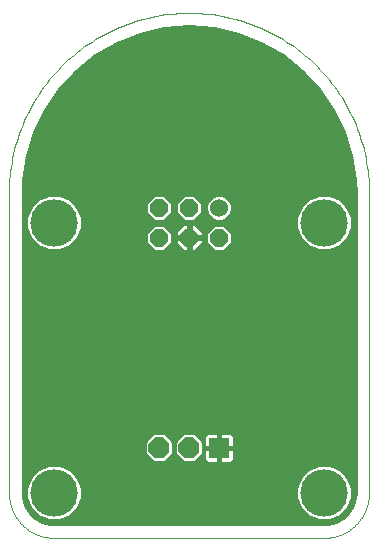
<source format=gbl>
G75*
%MOIN*%
%OFA0B0*%
%FSLAX25Y25*%
%IPPOS*%
%LPD*%
%AMOC8*
5,1,8,0,0,1.08239X$1,22.5*
%
%ADD10C,0.06000*%
%ADD11OC8,0.06000*%
%ADD12C,0.15811*%
%ADD13C,0.00000*%
%ADD14OC8,0.07000*%
%ADD15R,0.07000X0.07000*%
%ADD16C,0.01000*%
D10*
X0074000Y0111500D03*
D11*
X0074000Y0101500D03*
X0064000Y0101500D03*
X0064000Y0111500D03*
X0054000Y0111500D03*
X0054000Y0101500D03*
D12*
X0019000Y0106500D03*
X0019000Y0016500D03*
X0109000Y0016500D03*
X0109000Y0106500D03*
D13*
X0124000Y0116500D02*
X0124000Y0016500D01*
X0123996Y0016138D01*
X0123982Y0015775D01*
X0123961Y0015413D01*
X0123930Y0015052D01*
X0123891Y0014692D01*
X0123843Y0014333D01*
X0123786Y0013975D01*
X0123721Y0013618D01*
X0123647Y0013263D01*
X0123564Y0012910D01*
X0123473Y0012559D01*
X0123374Y0012211D01*
X0123266Y0011865D01*
X0123150Y0011521D01*
X0123025Y0011181D01*
X0122893Y0010844D01*
X0122752Y0010510D01*
X0122603Y0010179D01*
X0122446Y0009852D01*
X0122282Y0009529D01*
X0122110Y0009210D01*
X0121930Y0008896D01*
X0121742Y0008585D01*
X0121547Y0008280D01*
X0121345Y0007979D01*
X0121135Y0007683D01*
X0120919Y0007393D01*
X0120695Y0007107D01*
X0120465Y0006827D01*
X0120228Y0006553D01*
X0119984Y0006285D01*
X0119734Y0006022D01*
X0119478Y0005766D01*
X0119215Y0005516D01*
X0118947Y0005272D01*
X0118673Y0005035D01*
X0118393Y0004805D01*
X0118107Y0004581D01*
X0117817Y0004365D01*
X0117521Y0004155D01*
X0117220Y0003953D01*
X0116915Y0003758D01*
X0116604Y0003570D01*
X0116290Y0003390D01*
X0115971Y0003218D01*
X0115648Y0003054D01*
X0115321Y0002897D01*
X0114990Y0002748D01*
X0114656Y0002607D01*
X0114319Y0002475D01*
X0113979Y0002350D01*
X0113635Y0002234D01*
X0113289Y0002126D01*
X0112941Y0002027D01*
X0112590Y0001936D01*
X0112237Y0001853D01*
X0111882Y0001779D01*
X0111525Y0001714D01*
X0111167Y0001657D01*
X0110808Y0001609D01*
X0110448Y0001570D01*
X0110087Y0001539D01*
X0109725Y0001518D01*
X0109362Y0001504D01*
X0109000Y0001500D01*
X0019000Y0001500D01*
X0018638Y0001504D01*
X0018275Y0001518D01*
X0017913Y0001539D01*
X0017552Y0001570D01*
X0017192Y0001609D01*
X0016833Y0001657D01*
X0016475Y0001714D01*
X0016118Y0001779D01*
X0015763Y0001853D01*
X0015410Y0001936D01*
X0015059Y0002027D01*
X0014711Y0002126D01*
X0014365Y0002234D01*
X0014021Y0002350D01*
X0013681Y0002475D01*
X0013344Y0002607D01*
X0013010Y0002748D01*
X0012679Y0002897D01*
X0012352Y0003054D01*
X0012029Y0003218D01*
X0011710Y0003390D01*
X0011396Y0003570D01*
X0011085Y0003758D01*
X0010780Y0003953D01*
X0010479Y0004155D01*
X0010183Y0004365D01*
X0009893Y0004581D01*
X0009607Y0004805D01*
X0009327Y0005035D01*
X0009053Y0005272D01*
X0008785Y0005516D01*
X0008522Y0005766D01*
X0008266Y0006022D01*
X0008016Y0006285D01*
X0007772Y0006553D01*
X0007535Y0006827D01*
X0007305Y0007107D01*
X0007081Y0007393D01*
X0006865Y0007683D01*
X0006655Y0007979D01*
X0006453Y0008280D01*
X0006258Y0008585D01*
X0006070Y0008896D01*
X0005890Y0009210D01*
X0005718Y0009529D01*
X0005554Y0009852D01*
X0005397Y0010179D01*
X0005248Y0010510D01*
X0005107Y0010844D01*
X0004975Y0011181D01*
X0004850Y0011521D01*
X0004734Y0011865D01*
X0004626Y0012211D01*
X0004527Y0012559D01*
X0004436Y0012910D01*
X0004353Y0013263D01*
X0004279Y0013618D01*
X0004214Y0013975D01*
X0004157Y0014333D01*
X0004109Y0014692D01*
X0004070Y0015052D01*
X0004039Y0015413D01*
X0004018Y0015775D01*
X0004004Y0016138D01*
X0004000Y0016500D01*
X0004000Y0116500D01*
X0004018Y0117961D01*
X0004071Y0119421D01*
X0004160Y0120880D01*
X0004284Y0122336D01*
X0004444Y0123788D01*
X0004639Y0125236D01*
X0004870Y0126679D01*
X0005135Y0128116D01*
X0005435Y0129546D01*
X0005770Y0130968D01*
X0006140Y0132382D01*
X0006544Y0133786D01*
X0006982Y0135180D01*
X0007454Y0136563D01*
X0007959Y0137934D01*
X0008498Y0139292D01*
X0009069Y0140637D01*
X0009673Y0141967D01*
X0010309Y0143283D01*
X0010977Y0144582D01*
X0011677Y0145865D01*
X0012408Y0147130D01*
X0013169Y0148378D01*
X0013960Y0149606D01*
X0014781Y0150815D01*
X0015631Y0152003D01*
X0016510Y0153170D01*
X0017417Y0154316D01*
X0018352Y0155439D01*
X0019314Y0156539D01*
X0020302Y0157615D01*
X0021316Y0158667D01*
X0022356Y0159694D01*
X0023420Y0160695D01*
X0024508Y0161671D01*
X0025620Y0162619D01*
X0026754Y0163540D01*
X0027911Y0164433D01*
X0029088Y0165297D01*
X0030287Y0166133D01*
X0031506Y0166939D01*
X0032744Y0167716D01*
X0034000Y0168462D01*
X0035274Y0169177D01*
X0036565Y0169861D01*
X0037873Y0170513D01*
X0039196Y0171133D01*
X0040534Y0171721D01*
X0041885Y0172276D01*
X0043250Y0172798D01*
X0044627Y0173286D01*
X0046016Y0173741D01*
X0047415Y0174162D01*
X0048824Y0174549D01*
X0050242Y0174901D01*
X0051668Y0175219D01*
X0053102Y0175502D01*
X0054542Y0175750D01*
X0055987Y0175963D01*
X0057438Y0176140D01*
X0058892Y0176282D01*
X0060349Y0176389D01*
X0061809Y0176460D01*
X0063269Y0176496D01*
X0064731Y0176496D01*
X0066191Y0176460D01*
X0067651Y0176389D01*
X0069108Y0176282D01*
X0070562Y0176140D01*
X0072013Y0175963D01*
X0073458Y0175750D01*
X0074898Y0175502D01*
X0076332Y0175219D01*
X0077758Y0174901D01*
X0079176Y0174549D01*
X0080585Y0174162D01*
X0081984Y0173741D01*
X0083373Y0173286D01*
X0084750Y0172798D01*
X0086115Y0172276D01*
X0087466Y0171721D01*
X0088804Y0171133D01*
X0090127Y0170513D01*
X0091435Y0169861D01*
X0092726Y0169177D01*
X0094000Y0168462D01*
X0095256Y0167716D01*
X0096494Y0166939D01*
X0097713Y0166133D01*
X0098912Y0165297D01*
X0100089Y0164433D01*
X0101246Y0163540D01*
X0102380Y0162619D01*
X0103492Y0161671D01*
X0104580Y0160695D01*
X0105644Y0159694D01*
X0106684Y0158667D01*
X0107698Y0157615D01*
X0108686Y0156539D01*
X0109648Y0155439D01*
X0110583Y0154316D01*
X0111490Y0153170D01*
X0112369Y0152003D01*
X0113219Y0150815D01*
X0114040Y0149606D01*
X0114831Y0148378D01*
X0115592Y0147130D01*
X0116323Y0145865D01*
X0117023Y0144582D01*
X0117691Y0143283D01*
X0118327Y0141967D01*
X0118931Y0140637D01*
X0119502Y0139292D01*
X0120041Y0137934D01*
X0120546Y0136563D01*
X0121018Y0135180D01*
X0121456Y0133786D01*
X0121860Y0132382D01*
X0122230Y0130968D01*
X0122565Y0129546D01*
X0122865Y0128116D01*
X0123130Y0126679D01*
X0123361Y0125236D01*
X0123556Y0123788D01*
X0123716Y0122336D01*
X0123840Y0120880D01*
X0123929Y0119421D01*
X0123982Y0117961D01*
X0124000Y0116500D01*
D14*
X0064000Y0031500D03*
X0054000Y0031500D03*
D15*
X0074000Y0031500D03*
D16*
X0010670Y0010108D02*
X0009299Y0012482D01*
X0008590Y0015129D01*
X0008500Y0016500D01*
X0008500Y0116500D01*
X0008655Y0120648D01*
X0009891Y0128850D01*
X0012336Y0136776D01*
X0015936Y0144250D01*
X0020608Y0151104D01*
X0026250Y0157184D01*
X0032736Y0162356D01*
X0039919Y0166504D01*
X0047641Y0169534D01*
X0055728Y0171380D01*
X0064000Y0172000D01*
X0072272Y0171380D01*
X0080359Y0169534D01*
X0088081Y0166504D01*
X0095264Y0162356D01*
X0101750Y0157184D01*
X0107392Y0151104D01*
X0112064Y0144250D01*
X0115663Y0136776D01*
X0118109Y0128850D01*
X0119345Y0120648D01*
X0119500Y0116500D01*
X0119500Y0016500D01*
X0119410Y0015129D01*
X0118701Y0012482D01*
X0117330Y0010108D01*
X0115392Y0008170D01*
X0113018Y0006799D01*
X0110371Y0006090D01*
X0109000Y0006000D01*
X0019000Y0006000D01*
X0017629Y0006090D01*
X0014982Y0006799D01*
X0012608Y0008170D01*
X0010670Y0010108D01*
X0010451Y0010487D02*
X0011995Y0010487D01*
X0011196Y0011285D02*
X0013785Y0008696D01*
X0017169Y0007294D01*
X0020831Y0007294D01*
X0024214Y0008696D01*
X0026804Y0011285D01*
X0028205Y0014669D01*
X0028205Y0018331D01*
X0026804Y0021714D01*
X0024214Y0024304D01*
X0020831Y0025705D01*
X0017169Y0025705D01*
X0013785Y0024304D01*
X0011196Y0021714D01*
X0009794Y0018331D01*
X0009794Y0014669D01*
X0011196Y0011285D01*
X0011113Y0011485D02*
X0009875Y0011485D01*
X0009299Y0012484D02*
X0010700Y0012484D01*
X0010286Y0013482D02*
X0009031Y0013482D01*
X0008764Y0014481D02*
X0009872Y0014481D01*
X0009794Y0015479D02*
X0008567Y0015479D01*
X0008501Y0016478D02*
X0009794Y0016478D01*
X0009794Y0017476D02*
X0008500Y0017476D01*
X0008500Y0018475D02*
X0009854Y0018475D01*
X0010268Y0019473D02*
X0008500Y0019473D01*
X0008500Y0020472D02*
X0010681Y0020472D01*
X0011095Y0021470D02*
X0008500Y0021470D01*
X0008500Y0022469D02*
X0011950Y0022469D01*
X0012949Y0023467D02*
X0008500Y0023467D01*
X0008500Y0024466D02*
X0014176Y0024466D01*
X0016587Y0025464D02*
X0008500Y0025464D01*
X0008500Y0026463D02*
X0119500Y0026463D01*
X0119500Y0027461D02*
X0078909Y0027461D01*
X0078898Y0027421D02*
X0079000Y0027803D01*
X0079000Y0031114D01*
X0074386Y0031114D01*
X0074386Y0031886D01*
X0079000Y0031886D01*
X0079000Y0035197D01*
X0078898Y0035579D01*
X0078700Y0035921D01*
X0078421Y0036200D01*
X0078079Y0036398D01*
X0077697Y0036500D01*
X0074386Y0036500D01*
X0074386Y0031886D01*
X0073614Y0031886D01*
X0073614Y0036500D01*
X0070303Y0036500D01*
X0069921Y0036398D01*
X0069579Y0036200D01*
X0069300Y0035921D01*
X0069102Y0035579D01*
X0069000Y0035197D01*
X0069000Y0031886D01*
X0073614Y0031886D01*
X0073614Y0031114D01*
X0074386Y0031114D01*
X0074386Y0026500D01*
X0077697Y0026500D01*
X0078079Y0026602D01*
X0078421Y0026800D01*
X0078700Y0027079D01*
X0078898Y0027421D01*
X0079000Y0028460D02*
X0119500Y0028460D01*
X0119500Y0029458D02*
X0079000Y0029458D01*
X0079000Y0030457D02*
X0119500Y0030457D01*
X0119500Y0031455D02*
X0074386Y0031455D01*
X0073614Y0031455D02*
X0068800Y0031455D01*
X0069000Y0031114D02*
X0069000Y0027803D01*
X0069102Y0027421D01*
X0069300Y0027079D01*
X0069579Y0026800D01*
X0069921Y0026602D01*
X0070303Y0026500D01*
X0073614Y0026500D01*
X0073614Y0031114D01*
X0069000Y0031114D01*
X0069000Y0030457D02*
X0068800Y0030457D01*
X0068800Y0029512D02*
X0065988Y0026700D01*
X0062012Y0026700D01*
X0059200Y0029512D01*
X0059200Y0033488D01*
X0062012Y0036300D01*
X0065988Y0036300D01*
X0068800Y0033488D01*
X0068800Y0029512D01*
X0068747Y0029458D02*
X0069000Y0029458D01*
X0069000Y0028460D02*
X0067748Y0028460D01*
X0066750Y0027461D02*
X0069091Y0027461D01*
X0069000Y0032454D02*
X0068800Y0032454D01*
X0068800Y0033452D02*
X0069000Y0033452D01*
X0069000Y0034451D02*
X0067837Y0034451D01*
X0066839Y0035449D02*
X0069068Y0035449D01*
X0070108Y0036448D02*
X0008500Y0036448D01*
X0008500Y0037446D02*
X0119500Y0037446D01*
X0119500Y0036448D02*
X0077892Y0036448D01*
X0078932Y0035449D02*
X0119500Y0035449D01*
X0119500Y0034451D02*
X0079000Y0034451D01*
X0079000Y0033452D02*
X0119500Y0033452D01*
X0119500Y0032454D02*
X0079000Y0032454D01*
X0074386Y0032454D02*
X0073614Y0032454D01*
X0073614Y0033452D02*
X0074386Y0033452D01*
X0074386Y0034451D02*
X0073614Y0034451D01*
X0073614Y0035449D02*
X0074386Y0035449D01*
X0074386Y0036448D02*
X0073614Y0036448D01*
X0073614Y0030457D02*
X0074386Y0030457D01*
X0074386Y0029458D02*
X0073614Y0029458D01*
X0073614Y0028460D02*
X0074386Y0028460D01*
X0074386Y0027461D02*
X0073614Y0027461D01*
X0061250Y0027461D02*
X0056750Y0027461D01*
X0055988Y0026700D02*
X0058800Y0029512D01*
X0058800Y0033488D01*
X0055988Y0036300D01*
X0052012Y0036300D01*
X0049200Y0033488D01*
X0049200Y0029512D01*
X0052012Y0026700D01*
X0055988Y0026700D01*
X0057748Y0028460D02*
X0060252Y0028460D01*
X0059253Y0029458D02*
X0058747Y0029458D01*
X0058800Y0030457D02*
X0059200Y0030457D01*
X0059200Y0031455D02*
X0058800Y0031455D01*
X0058800Y0032454D02*
X0059200Y0032454D01*
X0059200Y0033452D02*
X0058800Y0033452D01*
X0057837Y0034451D02*
X0060163Y0034451D01*
X0061161Y0035449D02*
X0056839Y0035449D01*
X0051250Y0027461D02*
X0008500Y0027461D01*
X0008500Y0028460D02*
X0050252Y0028460D01*
X0049253Y0029458D02*
X0008500Y0029458D01*
X0008500Y0030457D02*
X0049200Y0030457D01*
X0049200Y0031455D02*
X0008500Y0031455D01*
X0008500Y0032454D02*
X0049200Y0032454D01*
X0049200Y0033452D02*
X0008500Y0033452D01*
X0008500Y0034451D02*
X0050163Y0034451D01*
X0051161Y0035449D02*
X0008500Y0035449D01*
X0008500Y0038445D02*
X0119500Y0038445D01*
X0119500Y0039443D02*
X0008500Y0039443D01*
X0008500Y0040442D02*
X0119500Y0040442D01*
X0119500Y0041440D02*
X0008500Y0041440D01*
X0008500Y0042439D02*
X0119500Y0042439D01*
X0119500Y0043437D02*
X0008500Y0043437D01*
X0008500Y0044436D02*
X0119500Y0044436D01*
X0119500Y0045434D02*
X0008500Y0045434D01*
X0008500Y0046433D02*
X0119500Y0046433D01*
X0119500Y0047432D02*
X0008500Y0047432D01*
X0008500Y0048430D02*
X0119500Y0048430D01*
X0119500Y0049429D02*
X0008500Y0049429D01*
X0008500Y0050427D02*
X0119500Y0050427D01*
X0119500Y0051426D02*
X0008500Y0051426D01*
X0008500Y0052424D02*
X0119500Y0052424D01*
X0119500Y0053423D02*
X0008500Y0053423D01*
X0008500Y0054421D02*
X0119500Y0054421D01*
X0119500Y0055420D02*
X0008500Y0055420D01*
X0008500Y0056418D02*
X0119500Y0056418D01*
X0119500Y0057417D02*
X0008500Y0057417D01*
X0008500Y0058415D02*
X0119500Y0058415D01*
X0119500Y0059414D02*
X0008500Y0059414D01*
X0008500Y0060412D02*
X0119500Y0060412D01*
X0119500Y0061411D02*
X0008500Y0061411D01*
X0008500Y0062409D02*
X0119500Y0062409D01*
X0119500Y0063408D02*
X0008500Y0063408D01*
X0008500Y0064406D02*
X0119500Y0064406D01*
X0119500Y0065405D02*
X0008500Y0065405D01*
X0008500Y0066403D02*
X0119500Y0066403D01*
X0119500Y0067402D02*
X0008500Y0067402D01*
X0008500Y0068400D02*
X0119500Y0068400D01*
X0119500Y0069399D02*
X0008500Y0069399D01*
X0008500Y0070397D02*
X0119500Y0070397D01*
X0119500Y0071396D02*
X0008500Y0071396D01*
X0008500Y0072394D02*
X0119500Y0072394D01*
X0119500Y0073393D02*
X0008500Y0073393D01*
X0008500Y0074391D02*
X0119500Y0074391D01*
X0119500Y0075390D02*
X0008500Y0075390D01*
X0008500Y0076388D02*
X0119500Y0076388D01*
X0119500Y0077387D02*
X0008500Y0077387D01*
X0008500Y0078385D02*
X0119500Y0078385D01*
X0119500Y0079384D02*
X0008500Y0079384D01*
X0008500Y0080382D02*
X0119500Y0080382D01*
X0119500Y0081381D02*
X0008500Y0081381D01*
X0008500Y0082379D02*
X0119500Y0082379D01*
X0119500Y0083378D02*
X0008500Y0083378D01*
X0008500Y0084376D02*
X0119500Y0084376D01*
X0119500Y0085375D02*
X0008500Y0085375D01*
X0008500Y0086373D02*
X0119500Y0086373D01*
X0119500Y0087372D02*
X0008500Y0087372D01*
X0008500Y0088370D02*
X0119500Y0088370D01*
X0119500Y0089369D02*
X0008500Y0089369D01*
X0008500Y0090368D02*
X0119500Y0090368D01*
X0119500Y0091366D02*
X0008500Y0091366D01*
X0008500Y0092365D02*
X0119500Y0092365D01*
X0119500Y0093363D02*
X0008500Y0093363D01*
X0008500Y0094362D02*
X0119500Y0094362D01*
X0119500Y0095360D02*
X0008500Y0095360D01*
X0008500Y0096359D02*
X0119500Y0096359D01*
X0119500Y0097357D02*
X0110982Y0097357D01*
X0110831Y0097294D02*
X0114214Y0098696D01*
X0116804Y0101285D01*
X0118205Y0104669D01*
X0118205Y0108331D01*
X0116804Y0111714D01*
X0114214Y0114304D01*
X0110831Y0115705D01*
X0107169Y0115705D01*
X0103785Y0114304D01*
X0101196Y0111714D01*
X0099794Y0108331D01*
X0099794Y0104669D01*
X0101196Y0101285D01*
X0103785Y0098696D01*
X0107169Y0097294D01*
X0110831Y0097294D01*
X0113393Y0098356D02*
X0119500Y0098356D01*
X0119500Y0099354D02*
X0114873Y0099354D01*
X0115871Y0100353D02*
X0119500Y0100353D01*
X0119500Y0101351D02*
X0116831Y0101351D01*
X0117245Y0102350D02*
X0119500Y0102350D01*
X0119500Y0103348D02*
X0117658Y0103348D01*
X0118072Y0104347D02*
X0119500Y0104347D01*
X0119500Y0105345D02*
X0118205Y0105345D01*
X0118205Y0106344D02*
X0119500Y0106344D01*
X0119500Y0107342D02*
X0118205Y0107342D01*
X0118202Y0108341D02*
X0119500Y0108341D01*
X0119500Y0109339D02*
X0117788Y0109339D01*
X0117374Y0110338D02*
X0119500Y0110338D01*
X0119500Y0111336D02*
X0116961Y0111336D01*
X0116184Y0112335D02*
X0119500Y0112335D01*
X0119500Y0113333D02*
X0115185Y0113333D01*
X0114148Y0114332D02*
X0119500Y0114332D01*
X0119500Y0115330D02*
X0111737Y0115330D01*
X0106263Y0115330D02*
X0075989Y0115330D01*
X0076436Y0115145D02*
X0074855Y0115800D01*
X0073145Y0115800D01*
X0071564Y0115145D01*
X0070355Y0113936D01*
X0069700Y0112355D01*
X0069700Y0110645D01*
X0070355Y0109064D01*
X0071564Y0107855D01*
X0073145Y0107200D01*
X0074855Y0107200D01*
X0076436Y0107855D01*
X0077645Y0109064D01*
X0078300Y0110645D01*
X0078300Y0112355D01*
X0077645Y0113936D01*
X0076436Y0115145D01*
X0077249Y0114332D02*
X0103852Y0114332D01*
X0102815Y0113333D02*
X0077895Y0113333D01*
X0078300Y0112335D02*
X0101816Y0112335D01*
X0101039Y0111336D02*
X0078300Y0111336D01*
X0078173Y0110338D02*
X0100626Y0110338D01*
X0100212Y0109339D02*
X0077759Y0109339D01*
X0076922Y0108341D02*
X0099798Y0108341D01*
X0099794Y0107342D02*
X0075199Y0107342D01*
X0075781Y0105800D02*
X0072219Y0105800D01*
X0069700Y0103281D01*
X0069700Y0099719D01*
X0072219Y0097200D01*
X0075781Y0097200D01*
X0078300Y0099719D01*
X0078300Y0103281D01*
X0075781Y0105800D01*
X0076236Y0105345D02*
X0099794Y0105345D01*
X0099794Y0106344D02*
X0028205Y0106344D01*
X0028205Y0107342D02*
X0052077Y0107342D01*
X0052219Y0107200D02*
X0055781Y0107200D01*
X0058300Y0109719D01*
X0058300Y0113281D01*
X0055781Y0115800D01*
X0052219Y0115800D01*
X0049700Y0113281D01*
X0049700Y0109719D01*
X0052219Y0107200D01*
X0052219Y0105800D02*
X0049700Y0103281D01*
X0049700Y0099719D01*
X0052219Y0097200D01*
X0055781Y0097200D01*
X0058300Y0099719D01*
X0058300Y0103281D01*
X0055781Y0105800D01*
X0052219Y0105800D01*
X0051764Y0105345D02*
X0028205Y0105345D01*
X0028205Y0104669D02*
X0026804Y0101285D01*
X0024214Y0098696D01*
X0020831Y0097294D01*
X0017169Y0097294D01*
X0013785Y0098696D01*
X0011196Y0101285D01*
X0009794Y0104669D01*
X0009794Y0108331D01*
X0011196Y0111714D01*
X0013785Y0114304D01*
X0017169Y0115705D01*
X0020831Y0115705D01*
X0024214Y0114304D01*
X0026804Y0111714D01*
X0028205Y0108331D01*
X0028205Y0104669D01*
X0028072Y0104347D02*
X0050766Y0104347D01*
X0049767Y0103348D02*
X0027658Y0103348D01*
X0027245Y0102350D02*
X0049700Y0102350D01*
X0049700Y0101351D02*
X0026831Y0101351D01*
X0025871Y0100353D02*
X0049700Y0100353D01*
X0050065Y0099354D02*
X0024873Y0099354D01*
X0023393Y0098356D02*
X0051063Y0098356D01*
X0052062Y0097357D02*
X0020982Y0097357D01*
X0017018Y0097357D02*
X0008500Y0097357D01*
X0008500Y0098356D02*
X0014607Y0098356D01*
X0013127Y0099354D02*
X0008500Y0099354D01*
X0008500Y0100353D02*
X0012129Y0100353D01*
X0011169Y0101351D02*
X0008500Y0101351D01*
X0008500Y0102350D02*
X0010755Y0102350D01*
X0010342Y0103348D02*
X0008500Y0103348D01*
X0008500Y0104347D02*
X0009928Y0104347D01*
X0009794Y0105345D02*
X0008500Y0105345D01*
X0008500Y0106344D02*
X0009794Y0106344D01*
X0009794Y0107342D02*
X0008500Y0107342D01*
X0008500Y0108341D02*
X0009798Y0108341D01*
X0010212Y0109339D02*
X0008500Y0109339D01*
X0008500Y0110338D02*
X0010626Y0110338D01*
X0011039Y0111336D02*
X0008500Y0111336D01*
X0008500Y0112335D02*
X0011816Y0112335D01*
X0012815Y0113333D02*
X0008500Y0113333D01*
X0008500Y0114332D02*
X0013852Y0114332D01*
X0016263Y0115330D02*
X0008500Y0115330D01*
X0008500Y0116329D02*
X0119500Y0116329D01*
X0119469Y0117327D02*
X0008531Y0117327D01*
X0008568Y0118326D02*
X0119432Y0118326D01*
X0119394Y0119324D02*
X0008606Y0119324D01*
X0008643Y0120323D02*
X0119357Y0120323D01*
X0119243Y0121321D02*
X0008757Y0121321D01*
X0008907Y0122320D02*
X0119093Y0122320D01*
X0118942Y0123318D02*
X0009058Y0123318D01*
X0009208Y0124317D02*
X0118792Y0124317D01*
X0118641Y0125315D02*
X0009359Y0125315D01*
X0009509Y0126314D02*
X0118491Y0126314D01*
X0118340Y0127312D02*
X0009660Y0127312D01*
X0009810Y0128311D02*
X0118190Y0128311D01*
X0117967Y0129309D02*
X0010033Y0129309D01*
X0010341Y0130308D02*
X0117659Y0130308D01*
X0117351Y0131306D02*
X0010649Y0131306D01*
X0010957Y0132305D02*
X0117043Y0132305D01*
X0116735Y0133303D02*
X0011265Y0133303D01*
X0011573Y0134302D02*
X0116427Y0134302D01*
X0116119Y0135301D02*
X0011881Y0135301D01*
X0012189Y0136299D02*
X0115811Y0136299D01*
X0115413Y0137298D02*
X0012587Y0137298D01*
X0013068Y0138296D02*
X0114932Y0138296D01*
X0114451Y0139295D02*
X0013549Y0139295D01*
X0014030Y0140293D02*
X0113970Y0140293D01*
X0113489Y0141292D02*
X0014511Y0141292D01*
X0014992Y0142290D02*
X0113008Y0142290D01*
X0112527Y0143289D02*
X0015473Y0143289D01*
X0015961Y0144287D02*
X0112039Y0144287D01*
X0111358Y0145286D02*
X0016642Y0145286D01*
X0017322Y0146284D02*
X0110678Y0146284D01*
X0109997Y0147283D02*
X0018003Y0147283D01*
X0018684Y0148281D02*
X0109316Y0148281D01*
X0108635Y0149280D02*
X0019365Y0149280D01*
X0020046Y0150278D02*
X0107954Y0150278D01*
X0107231Y0151277D02*
X0020769Y0151277D01*
X0021695Y0152275D02*
X0106305Y0152275D01*
X0105378Y0153274D02*
X0022622Y0153274D01*
X0023548Y0154272D02*
X0104452Y0154272D01*
X0103525Y0155271D02*
X0024475Y0155271D01*
X0025401Y0156269D02*
X0102599Y0156269D01*
X0101645Y0157268D02*
X0026355Y0157268D01*
X0027607Y0158266D02*
X0100393Y0158266D01*
X0099141Y0159265D02*
X0028859Y0159265D01*
X0030111Y0160263D02*
X0097889Y0160263D01*
X0096637Y0161262D02*
X0031363Y0161262D01*
X0032615Y0162260D02*
X0095385Y0162260D01*
X0093701Y0163259D02*
X0034299Y0163259D01*
X0036029Y0164257D02*
X0091971Y0164257D01*
X0090242Y0165256D02*
X0037758Y0165256D01*
X0039487Y0166254D02*
X0088513Y0166254D01*
X0086172Y0167253D02*
X0041828Y0167253D01*
X0044372Y0168251D02*
X0083628Y0168251D01*
X0081084Y0169250D02*
X0046916Y0169250D01*
X0050770Y0170248D02*
X0077230Y0170248D01*
X0072855Y0171247D02*
X0055145Y0171247D01*
X0062219Y0115800D02*
X0059700Y0113281D01*
X0059700Y0109719D01*
X0062219Y0107200D01*
X0065781Y0107200D01*
X0068300Y0109719D01*
X0068300Y0113281D01*
X0065781Y0115800D01*
X0062219Y0115800D01*
X0061749Y0115330D02*
X0056251Y0115330D01*
X0057249Y0114332D02*
X0060751Y0114332D01*
X0059752Y0113333D02*
X0058248Y0113333D01*
X0058300Y0112335D02*
X0059700Y0112335D01*
X0059700Y0111336D02*
X0058300Y0111336D01*
X0058300Y0110338D02*
X0059700Y0110338D01*
X0060080Y0109339D02*
X0057920Y0109339D01*
X0056922Y0108341D02*
X0061078Y0108341D01*
X0062077Y0107342D02*
X0055923Y0107342D01*
X0056236Y0105345D02*
X0061481Y0105345D01*
X0062136Y0106000D02*
X0059500Y0103364D01*
X0059500Y0102000D01*
X0063500Y0102000D01*
X0063500Y0106000D01*
X0062136Y0106000D01*
X0063500Y0105345D02*
X0064500Y0105345D01*
X0064500Y0106000D02*
X0065864Y0106000D01*
X0068500Y0103364D01*
X0068500Y0102000D01*
X0064500Y0102000D01*
X0064500Y0101000D01*
X0068500Y0101000D01*
X0068500Y0099636D01*
X0065864Y0097000D01*
X0064500Y0097000D01*
X0064500Y0101000D01*
X0063500Y0101000D01*
X0063500Y0097000D01*
X0062136Y0097000D01*
X0059500Y0099636D01*
X0059500Y0101000D01*
X0063500Y0101000D01*
X0063500Y0102000D01*
X0064500Y0102000D01*
X0064500Y0106000D01*
X0064500Y0104347D02*
X0063500Y0104347D01*
X0063500Y0103348D02*
X0064500Y0103348D01*
X0064500Y0102350D02*
X0063500Y0102350D01*
X0063500Y0101351D02*
X0058300Y0101351D01*
X0058300Y0100353D02*
X0059500Y0100353D01*
X0059782Y0099354D02*
X0057935Y0099354D01*
X0056937Y0098356D02*
X0060780Y0098356D01*
X0061779Y0097357D02*
X0055938Y0097357D01*
X0058300Y0102350D02*
X0059500Y0102350D01*
X0059500Y0103348D02*
X0058233Y0103348D01*
X0057234Y0104347D02*
X0060483Y0104347D01*
X0063500Y0100353D02*
X0064500Y0100353D01*
X0064500Y0101351D02*
X0069700Y0101351D01*
X0069700Y0100353D02*
X0068500Y0100353D01*
X0068218Y0099354D02*
X0070065Y0099354D01*
X0071063Y0098356D02*
X0067220Y0098356D01*
X0066221Y0097357D02*
X0072062Y0097357D01*
X0075938Y0097357D02*
X0107018Y0097357D01*
X0104607Y0098356D02*
X0076937Y0098356D01*
X0077935Y0099354D02*
X0103127Y0099354D01*
X0102129Y0100353D02*
X0078300Y0100353D01*
X0078300Y0101351D02*
X0101169Y0101351D01*
X0100755Y0102350D02*
X0078300Y0102350D01*
X0078233Y0103348D02*
X0100342Y0103348D01*
X0099928Y0104347D02*
X0077234Y0104347D01*
X0072801Y0107342D02*
X0065923Y0107342D01*
X0066922Y0108341D02*
X0071078Y0108341D01*
X0070241Y0109339D02*
X0067920Y0109339D01*
X0068300Y0110338D02*
X0069827Y0110338D01*
X0069700Y0111336D02*
X0068300Y0111336D01*
X0068300Y0112335D02*
X0069700Y0112335D01*
X0070105Y0113333D02*
X0068248Y0113333D01*
X0067249Y0114332D02*
X0070751Y0114332D01*
X0072011Y0115330D02*
X0066251Y0115330D01*
X0066519Y0105345D02*
X0071764Y0105345D01*
X0070766Y0104347D02*
X0067517Y0104347D01*
X0068500Y0103348D02*
X0069767Y0103348D01*
X0069700Y0102350D02*
X0068500Y0102350D01*
X0064500Y0099354D02*
X0063500Y0099354D01*
X0063500Y0098356D02*
X0064500Y0098356D01*
X0064500Y0097357D02*
X0063500Y0097357D01*
X0051078Y0108341D02*
X0028202Y0108341D01*
X0027788Y0109339D02*
X0050080Y0109339D01*
X0049700Y0110338D02*
X0027374Y0110338D01*
X0026961Y0111336D02*
X0049700Y0111336D01*
X0049700Y0112335D02*
X0026184Y0112335D01*
X0025185Y0113333D02*
X0049752Y0113333D01*
X0050751Y0114332D02*
X0024148Y0114332D01*
X0021737Y0115330D02*
X0051749Y0115330D01*
X0021413Y0025464D02*
X0106587Y0025464D01*
X0107169Y0025705D02*
X0103785Y0024304D01*
X0101196Y0021714D01*
X0099794Y0018331D01*
X0099794Y0014669D01*
X0101196Y0011285D01*
X0103785Y0008696D01*
X0107169Y0007294D01*
X0110831Y0007294D01*
X0114214Y0008696D01*
X0116804Y0011285D01*
X0118205Y0014669D01*
X0118205Y0018331D01*
X0116804Y0021714D01*
X0114214Y0024304D01*
X0110831Y0025705D01*
X0107169Y0025705D01*
X0104176Y0024466D02*
X0023824Y0024466D01*
X0025051Y0023467D02*
X0102949Y0023467D01*
X0101950Y0022469D02*
X0026050Y0022469D01*
X0026905Y0021470D02*
X0101095Y0021470D01*
X0100681Y0020472D02*
X0027319Y0020472D01*
X0027732Y0019473D02*
X0100268Y0019473D01*
X0099854Y0018475D02*
X0028146Y0018475D01*
X0028205Y0017476D02*
X0099794Y0017476D01*
X0099794Y0016478D02*
X0028205Y0016478D01*
X0028205Y0015479D02*
X0099794Y0015479D01*
X0099872Y0014481D02*
X0028128Y0014481D01*
X0027714Y0013482D02*
X0100286Y0013482D01*
X0100700Y0012484D02*
X0027300Y0012484D01*
X0026887Y0011485D02*
X0101113Y0011485D01*
X0101995Y0010487D02*
X0026005Y0010487D01*
X0025007Y0009488D02*
X0102993Y0009488D01*
X0104284Y0008490D02*
X0023716Y0008490D01*
X0021306Y0007491D02*
X0106694Y0007491D01*
X0111306Y0007491D02*
X0114216Y0007491D01*
X0113716Y0008490D02*
X0115712Y0008490D01*
X0115007Y0009488D02*
X0116710Y0009488D01*
X0116005Y0010487D02*
X0117549Y0010487D01*
X0118125Y0011485D02*
X0116887Y0011485D01*
X0117300Y0012484D02*
X0118701Y0012484D01*
X0118969Y0013482D02*
X0117714Y0013482D01*
X0118128Y0014481D02*
X0119236Y0014481D01*
X0119433Y0015479D02*
X0118205Y0015479D01*
X0118205Y0016478D02*
X0119499Y0016478D01*
X0119500Y0017476D02*
X0118205Y0017476D01*
X0118146Y0018475D02*
X0119500Y0018475D01*
X0119500Y0019473D02*
X0117732Y0019473D01*
X0117319Y0020472D02*
X0119500Y0020472D01*
X0119500Y0021470D02*
X0116905Y0021470D01*
X0116050Y0022469D02*
X0119500Y0022469D01*
X0119500Y0023467D02*
X0115051Y0023467D01*
X0113824Y0024466D02*
X0119500Y0024466D01*
X0119500Y0025464D02*
X0111413Y0025464D01*
X0111874Y0006493D02*
X0016126Y0006493D01*
X0016694Y0007491D02*
X0013784Y0007491D01*
X0014284Y0008490D02*
X0012288Y0008490D01*
X0012993Y0009488D02*
X0011290Y0009488D01*
M02*

</source>
